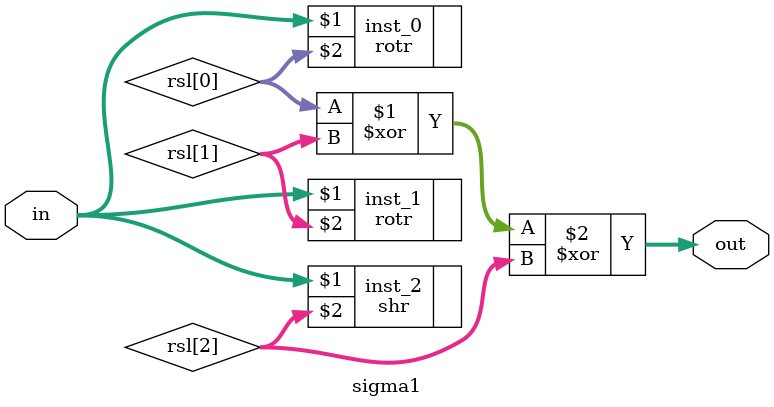
<source format=v>
module sigma0 (
    input wire [31:0] in,
    output wire [31:0] out
);
    wire [31:0] rsl [2:0];

    rotr #(7) inst_0 (in, rsl[0]);
    rotr #(18) inst_1 (in, rsl[1]);
    shr #(3) inst_2 (in, rsl[2]);

    assign out = rsl[0] ^ rsl[1] ^ rsl[2];  
endmodule

module sigma1 (
    input wire [31:0] in,
    output wire [31:0] out
);
    wire [31:0] rsl [2:0];

    rotr #(17) inst_0 (in, rsl[0]);
    rotr #(19) inst_1 (in, rsl[1]);
    shr #(10) inst_2 (in, rsl[2]);

    assign out = rsl[0] ^ rsl[1] ^ rsl[2];  
endmodule

</source>
